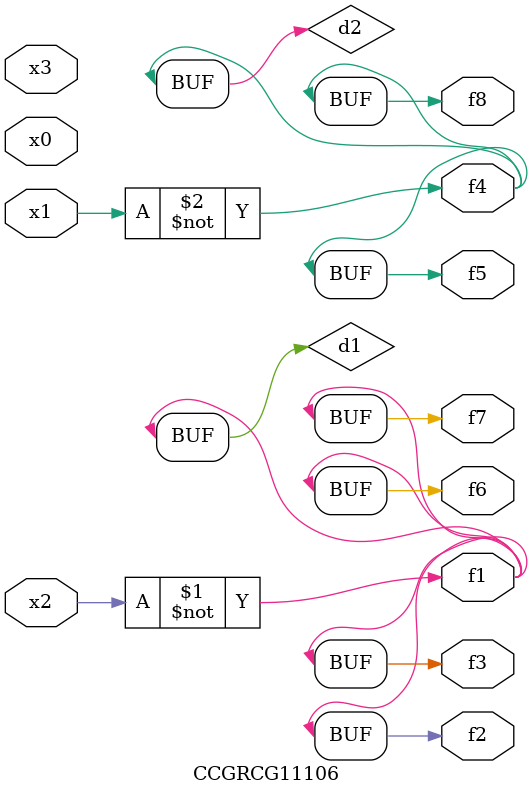
<source format=v>
module CCGRCG11106(
	input x0, x1, x2, x3,
	output f1, f2, f3, f4, f5, f6, f7, f8
);

	wire d1, d2;

	xnor (d1, x2);
	not (d2, x1);
	assign f1 = d1;
	assign f2 = d1;
	assign f3 = d1;
	assign f4 = d2;
	assign f5 = d2;
	assign f6 = d1;
	assign f7 = d1;
	assign f8 = d2;
endmodule

</source>
